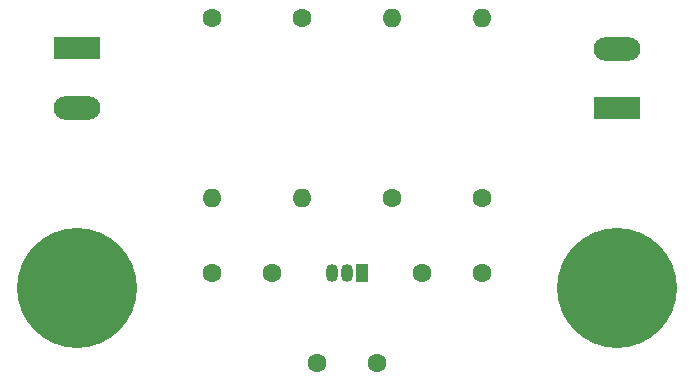
<source format=gbr>
%TF.GenerationSoftware,KiCad,Pcbnew,(5.1.7)-1*%
%TF.CreationDate,2021-12-08T22:40:21+02:00*%
%TF.ProjectId,single_transistor_amp,73696e67-6c65-45f7-9472-616e73697374,V1.0*%
%TF.SameCoordinates,Original*%
%TF.FileFunction,Soldermask,Top*%
%TF.FilePolarity,Negative*%
%FSLAX46Y46*%
G04 Gerber Fmt 4.6, Leading zero omitted, Abs format (unit mm)*
G04 Created by KiCad (PCBNEW (5.1.7)-1) date 2021-12-08 22:40:21*
%MOMM*%
%LPD*%
G01*
G04 APERTURE LIST*
%ADD10C,10.160000*%
%ADD11C,1.600000*%
%ADD12R,3.960000X1.980000*%
%ADD13O,3.960000X1.980000*%
%ADD14O,1.050000X1.500000*%
%ADD15R,1.050000X1.500000*%
%ADD16O,1.600000X1.600000*%
G04 APERTURE END LIST*
D10*
%TO.C,J4*%
X149860000Y-127000000D03*
%TD*%
%TO.C,J3*%
X104140000Y-127000000D03*
%TD*%
D11*
%TO.C,C1*%
X120650000Y-125730000D03*
X115650000Y-125730000D03*
%TD*%
%TO.C,C2*%
X133430000Y-125730000D03*
X138430000Y-125730000D03*
%TD*%
%TO.C,C3*%
X129540000Y-133350000D03*
X124540000Y-133350000D03*
%TD*%
D12*
%TO.C,J1*%
X104140000Y-106680000D03*
D13*
X104140000Y-111680000D03*
%TD*%
%TO.C,J2*%
X149860000Y-106760000D03*
D12*
X149860000Y-111760000D03*
%TD*%
D14*
%TO.C,Q1*%
X127000000Y-125730000D03*
X125730000Y-125730000D03*
D15*
X128270000Y-125730000D03*
%TD*%
D16*
%TO.C,R1*%
X115570000Y-119380000D03*
D11*
X115570000Y-104140000D03*
%TD*%
%TO.C,R2*%
X130810000Y-119380000D03*
D16*
X130810000Y-104140000D03*
%TD*%
D11*
%TO.C,R3*%
X123190000Y-104140000D03*
D16*
X123190000Y-119380000D03*
%TD*%
%TO.C,R4*%
X138430000Y-104140000D03*
D11*
X138430000Y-119380000D03*
%TD*%
M02*

</source>
